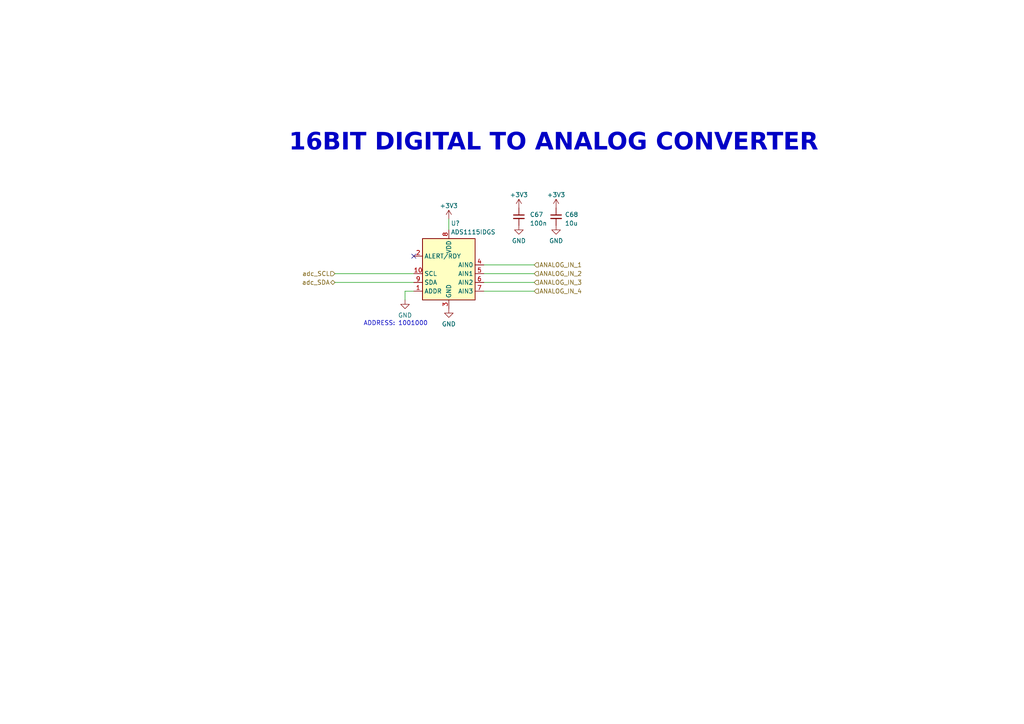
<source format=kicad_sch>
(kicad_sch (version 20230121) (generator eeschema)
  (paper "A4")
  (title_block (title "ELIESTAR") (date "2023-06-20") (rev "2.0") (company "GEVITON") (comment 2 "Reviewed By: Timoty Kyalo") (comment 3 "Designed By: Robert Mutura") (comment 4 "ELIESTAR"))
  (lib_symbols
    (symbol "Analog_ADC:ADS1115IDGS"
      (property "Reference" "U" (at 2.54 13.97 0))
      (property "Value" "ADS1115IDGS" (at 7.62 11.43 0))
      (symbol "ADS1115IDGS_0_1"
        (rectangle (start -7.62 10.16) (end 7.62 -7.62) (stroke (width 0.254)) (fill (type background)))
      )
      (symbol "ADS1115IDGS_1_1"
        (pin input line (at 10.16 -5.08 180) (length 2.54) (name "ADDR") (number "1"))
        (pin input line (at 10.16 0 180) (length 2.54) (name "SCL") (number "10"))
        (pin output line (at 10.16 5.08 180) (length 2.54) (name "ALERT/RDY") (number "2"))
        (pin power_in line (at 0 -10.16 90) (length 2.54) (name "GND") (number "3"))
        (pin input line (at -10.16 2.54 0) (length 2.54) (name "AIN0") (number "4"))
        (pin input line (at -10.16 0 0) (length 2.54) (name "AIN1") (number "5"))
        (pin input line (at -10.16 -2.54 0) (length 2.54) (name "AIN2") (number "6"))
        (pin input line (at -10.16 -5.08 0) (length 2.54) (name "AIN3") (number "7"))
        (pin power_in line (at 0 12.7 270) (length 2.54) (name "VDD") (number "8"))
        (pin bidirectional line (at 10.16 -2.54 180) (length 2.54) (name "SDA") (number "9"))
      )
    )
    (symbol "Device:C_Small" (pin_numbers hide) (pin_names (offset 0.254) hide)
      (property "Reference" "C" (at 0.254 1.778 0))
      (property "Value" "C_Small" (at 0.254 -2.032 0))
      (symbol "C_Small_0_1"
        (polyline (pts (xy -1.524 -0.508) (xy 1.524 -0.508)) (stroke (width 0.3302)))
        (polyline (pts (xy -1.524 0.508) (xy 1.524 0.508)) (stroke (width 0.3048)))
      )
      (symbol "C_Small_1_1"
        (pin passive line (at 0 2.54 270) (length 2.032) (name "~") (number "1"))
        (pin passive line (at 0 -2.54 90) (length 2.032) (name "~") (number "2"))
      )
    )
    (symbol "power:+3V3" (power) (pin_names (offset 0))
      (property "Value" "+3V3" (at 0 3.556 0))
      (symbol "+3V3_0_1"
        (polyline (pts (xy -0.762 1.27) (xy 0 2.54)))
        (polyline (pts (xy 0 0) (xy 0 2.54)))
        (polyline (pts (xy 0 2.54) (xy 0.762 1.27)))
      )
      (symbol "+3V3_1_1"
        (pin power_in line (at 0 0 90) (length 0) hide (name "+3V3") (number "1"))
      )
    )
    (symbol "power:GND" (power) (pin_names (offset 0))
      (property "Value" "GND" (at 0 -3.81 0))
      (symbol "GND_0_1"
        (polyline (pts (xy 0 0) (xy 0 -1.27) (xy 1.27 -1.27) (xy 0 -2.54) (xy -1.27 -1.27) (xy 0 -1.27)))
      )
      (symbol "GND_1_1"
        (pin power_in line (at 0 0 270) (length 0) hide (name "GND") (number "1"))
      )
    )
  )
  (no_connect (at 120.015 74.295))
  (wire (pts (xy 130.175 63.5) (xy 130.175 66.675)))
  (wire (pts (xy 97.155 81.915) (xy 120.015 81.915)))
  (wire (pts (xy 140.335 84.455) (xy 154.94 84.455)))
  (wire (pts (xy 140.335 81.915) (xy 154.94 81.915)))
  (wire (pts (xy 140.335 76.835) (xy 154.94 76.835)))
  (wire (pts (xy 120.015 84.455) (xy 117.475 84.455)))
  (wire (pts (xy 97.155 79.375) (xy 120.015 79.375)))
  (wire (pts (xy 117.475 84.455) (xy 117.475 86.995)))
  (wire (pts (xy 140.335 79.375) (xy 154.94 79.375)))
  (text "16BIT DIGITAL TO ANALOG CONVERTER" (at 83.82 45.72 0) (effects (font (size 5 5) (thickness 1) bold) (justify left bottom)))
  (text "ADDRESS: 1001000" (at 105.41 94.615 0) (effects (font (size 1.27 1.27)) (justify left bottom)))
  (hierarchical_label "ANALOG_IN_3" (shape input) (at 154.94 81.915 0))
  (hierarchical_label "ANALOG_IN_2" (shape input) (at 154.94 79.375 0))
  (hierarchical_label "adc_SDA" (shape bidirectional) (at 97.155 81.915 180))
  (hierarchical_label "adc_SCL" (shape input) (at 97.155 79.375 180))
  (hierarchical_label "ANALOG_IN_4" (shape input) (at 154.94 84.455 0))
  (hierarchical_label "ANALOG_IN_1" (shape input) (at 154.94 76.835 0))
  (symbol (lib_id "power:+3V3") (at 130.175 63.5 0) (unit 1)
    (property "Reference" "#PWR0108" (effects hide))
    (property "Value" "+3V3" (at 130.175 59.69 0))
  )
  (symbol (lib_id "power:GND") (at 150.495 65.405 0) (unit 1)
    (property "Reference" "#PWR0109" (effects hide))
    (property "Value" "GND" (at 150.495 69.85 0))
  )
  (symbol (lib_id "Analog_ADC:ADS1115IDGS") (at 130.175 79.375 0) (mirror y) (unit 1)
    (property "Reference" "U?" (at 130.7591 64.77 0) (effects (justify right)))
    (property "Value" "ADS1115IDGS" (at 130.7591 67.31 0) (effects (justify right)))
    (property "Footprint" "Package_SO:TSSOP-10_3x3mm_P0.5mm" (effects hide))
    (property "Datasheet" "http://www.ti.com/lit/ds/symlink/ads1113.pdf" (effects hide))
    (instances (project "ELIESTER_V2" (path "" (reference "U?") (unit 1)) (path "" (reference "U19") (unit 1))))
  )
  (symbol (lib_id "power:+3V3") (at 150.495 60.325 0) (unit 1)
    (property "Reference" "#PWR0110" (effects hide))
    (property "Value" "+3V3" (at 150.495 56.515 0))
  )
  (symbol (lib_id "power:GND") (at 161.29 65.405 0) (unit 1)
    (property "Reference" "#PWR0112" (effects hide))
    (property "Value" "GND" (at 161.29 69.85 0))
  )
  (symbol (lib_id "Device:C_Small") (at 150.495 62.865 0) (unit 1)
    (property "Reference" "C67" (at 153.67 62.2363 0) (effects (justify left)))
    (property "Value" "100n" (at 153.67 64.7763 0) (effects (justify left)))
    (property "Footprint" "Capacitor_SMD:C_0402_1005Metric" (effects hide))
  )
  (symbol (lib_id "Device:C_Small") (at 161.29 62.865 0) (unit 1)
    (property "Reference" "C68" (at 163.83 62.2363 0) (effects (justify left)))
    (property "Value" "10u" (at 163.83 64.7763 0) (effects (justify left)))
    (property "Footprint" "Capacitor_SMD:C_0402_1005Metric" (effects hide))
  )
  (symbol (lib_id "power:GND") (at 130.175 89.535 0) (unit 1)
    (property "Reference" "#PWR0113" (effects hide))
    (property "Value" "GND" (at 130.175 93.98 0))
  )
  (symbol (lib_id "power:+3V3") (at 161.29 60.325 0) (unit 1)
    (property "Reference" "#PWR0111" (effects hide))
    (property "Value" "+3V3" (at 161.29 56.515 0))
  )
  (symbol (lib_id "power:GND") (at 117.475 86.995 0) (unit 1)
    (property "Reference" "#PWR0114" (effects hide))
    (property "Value" "GND" (at 117.475 91.44 0))
  )
)
</source>
